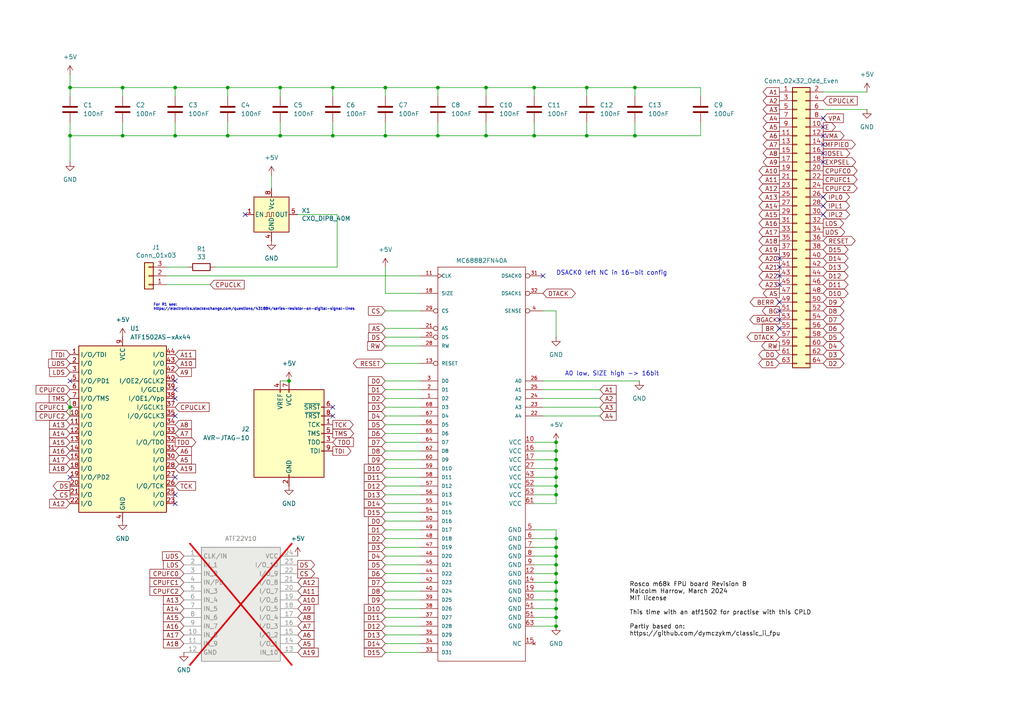
<source format=kicad_sch>
(kicad_sch (version 20231120) (generator "eeschema") (generator_version "8.0")
  (paper "A4")
  (junction (at 161.29 133.35))
  (junction (at 81.28 39.37))
  (junction (at 154.94 25.4))
  (junction (at 161.29 130.81))
  (junction (at 50.8 25.4))
  (junction (at 170.18 25.4))
  (junction (at 66.04 25.4))
  (junction (at 161.29 140.97))
  (junction (at 35.56 39.37))
  (junction (at 161.29 161.29))
  (junction (at 161.29 179.07))
  (junction (at 170.18 39.37))
  (junction (at 161.29 138.43))
  (junction (at 161.29 135.89))
  (junction (at 20.32 25.4))
  (junction (at 140.97 25.4))
  (junction (at 161.29 168.91))
  (junction (at 127 25.4))
  (junction (at 161.29 181.61))
  (junction (at 161.29 171.45))
  (junction (at 161.29 166.37))
  (junction (at 184.15 25.4))
  (junction (at 161.29 156.21))
  (junction (at 35.56 25.4))
  (junction (at 154.94 39.37))
  (junction (at 20.32 118.11))
  (junction (at 81.28 25.4))
  (junction (at 111.76 25.4))
  (junction (at 140.97 39.37))
  (junction (at 161.29 158.75))
  (junction (at 161.29 128.27))
  (junction (at 66.04 39.37))
  (junction (at 161.29 176.53))
  (junction (at 50.8 39.37))
  (junction (at 184.15 39.37))
  (junction (at 161.29 163.83))
  (junction (at 127 39.37))
  (junction (at 20.32 39.37))
  (junction (at 161.29 143.51))
  (junction (at 161.29 173.99))
  (junction (at 96.52 25.4))
  (junction (at 83.82 110.49))
  (junction (at 111.76 39.37))
  (junction (at 96.52 39.37))
  (no_connect (at 226.06 92.71))
  (no_connect (at 226.06 80.01))
  (no_connect (at 238.76 36.83))
  (no_connect (at 50.8 120.65))
  (no_connect (at 226.06 95.25))
  (no_connect (at 50.8 110.49))
  (no_connect (at 226.06 74.93))
  (no_connect (at 50.8 115.57))
  (no_connect (at 20.32 110.49))
  (no_connect (at 96.52 120.65))
  (no_connect (at 50.8 138.43))
  (no_connect (at 238.76 59.69))
  (no_connect (at 226.06 82.55))
  (no_connect (at 226.06 87.63))
  (no_connect (at 238.76 41.91))
  (no_connect (at 71.12 62.23))
  (no_connect (at 50.8 113.03))
  (no_connect (at 50.8 143.51))
  (no_connect (at 238.76 46.99))
  (no_connect (at 238.76 44.45))
  (no_connect (at 226.06 90.17))
  (no_connect (at 238.76 39.37))
  (no_connect (at 238.76 57.15))
  (no_connect (at 96.52 118.11))
  (no_connect (at 226.06 77.47))
  (no_connect (at 20.32 138.43))
  (no_connect (at 50.8 146.05))
  (no_connect (at 238.76 62.23))
  (no_connect (at 157.48 80.01))
  (no_connect (at 238.76 34.29))
  (wire (pts (xy 154.94 176.53) (xy 161.29 176.53)))
  (wire (pts (xy 111.76 35.56) (xy 111.76 39.37)))
  (wire (pts (xy 154.94 171.45) (xy 161.29 171.45)))
  (wire (pts (xy 184.15 35.56) (xy 184.15 39.37)))
  (wire (pts (xy 127 35.56) (xy 127 39.37)))
  (wire (pts (xy 35.56 35.56) (xy 35.56 39.37)))
  (wire (pts (xy 20.32 39.37) (xy 35.56 39.37)))
  (wire (pts (xy 81.28 39.37) (xy 96.52 39.37)))
  (wire (pts (xy 161.29 90.17) (xy 157.48 90.17)))
  (wire (pts (xy 154.94 25.4) (xy 154.94 27.94)))
  (wire (pts (xy 161.29 135.89) (xy 161.29 133.35)))
  (wire (pts (xy 203.2 35.56) (xy 203.2 39.37)))
  (wire (pts (xy 121.92 171.45) (xy 111.76 171.45)))
  (wire (pts (xy 121.92 186.69) (xy 111.76 186.69)))
  (wire (pts (xy 184.15 25.4) (xy 184.15 27.94)))
  (wire (pts (xy 81.28 35.56) (xy 81.28 39.37)))
  (wire (pts (xy 157.48 118.11) (xy 173.99 118.11)))
  (wire (pts (xy 127 25.4) (xy 140.97 25.4)))
  (wire (pts (xy 48.26 82.55) (xy 60.96 82.55)))
  (wire (pts (xy 170.18 25.4) (xy 184.15 25.4)))
  (wire (pts (xy 161.29 156.21) (xy 161.29 158.75)))
  (wire (pts (xy 20.32 120.65) (xy 20.32 118.11)))
  (wire (pts (xy 154.94 35.56) (xy 154.94 39.37)))
  (wire (pts (xy 161.29 161.29) (xy 154.94 161.29)))
  (wire (pts (xy 66.04 35.56) (xy 66.04 39.37)))
  (wire (pts (xy 121.92 173.99) (xy 111.76 173.99)))
  (wire (pts (xy 154.94 128.27) (xy 161.29 128.27)))
  (wire (pts (xy 173.99 120.65) (xy 157.48 120.65)))
  (wire (pts (xy 154.94 25.4) (xy 170.18 25.4)))
  (wire (pts (xy 161.29 90.17) (xy 161.29 97.79)))
  (wire (pts (xy 140.97 35.56) (xy 140.97 39.37)))
  (wire (pts (xy 157.48 110.49) (xy 185.42 110.49)))
  (wire (pts (xy 154.94 39.37) (xy 170.18 39.37)))
  (wire (pts (xy 96.52 35.56) (xy 96.52 39.37)))
  (wire (pts (xy 154.94 181.61) (xy 161.29 181.61)))
  (wire (pts (xy 127 25.4) (xy 127 27.94)))
  (wire (pts (xy 121.92 110.49) (xy 111.76 110.49)))
  (wire (pts (xy 121.92 120.65) (xy 111.76 120.65)))
  (wire (pts (xy 97.79 77.47) (xy 97.79 62.23)))
  (wire (pts (xy 154.94 156.21) (xy 161.29 156.21)))
  (wire (pts (xy 50.8 25.4) (xy 66.04 25.4)))
  (wire (pts (xy 121.92 158.75) (xy 111.76 158.75)))
  (wire (pts (xy 20.32 25.4) (xy 20.32 27.94)))
  (wire (pts (xy 170.18 25.4) (xy 170.18 27.94)))
  (wire (pts (xy 161.29 171.45) (xy 161.29 168.91)))
  (wire (pts (xy 184.15 25.4) (xy 203.2 25.4)))
  (wire (pts (xy 121.92 163.83) (xy 111.76 163.83)))
  (wire (pts (xy 121.92 153.67) (xy 111.76 153.67)))
  (wire (pts (xy 161.29 168.91) (xy 161.29 166.37)))
  (wire (pts (xy 161.29 130.81) (xy 161.29 128.27)))
  (wire (pts (xy 20.32 21.59) (xy 20.32 25.4)))
  (wire (pts (xy 50.8 25.4) (xy 35.56 25.4)))
  (wire (pts (xy 154.94 138.43) (xy 161.29 138.43)))
  (wire (pts (xy 154.94 130.81) (xy 161.29 130.81)))
  (wire (pts (xy 96.52 39.37) (xy 111.76 39.37)))
  (wire (pts (xy 161.29 176.53) (xy 161.29 173.99)))
  (wire (pts (xy 20.32 25.4) (xy 35.56 25.4)))
  (wire (pts (xy 121.92 128.27) (xy 111.76 128.27)))
  (wire (pts (xy 238.76 26.67) (xy 251.46 26.67)))
  (wire (pts (xy 121.92 143.51) (xy 111.76 143.51)))
  (wire (pts (xy 111.76 25.4) (xy 127 25.4)))
  (wire (pts (xy 121.92 176.53) (xy 111.76 176.53)))
  (wire (pts (xy 20.32 118.11) (xy 20.32 115.57)))
  (wire (pts (xy 121.92 125.73) (xy 111.76 125.73)))
  (wire (pts (xy 154.94 168.91) (xy 161.29 168.91)))
  (wire (pts (xy 157.48 113.03) (xy 173.99 113.03)))
  (wire (pts (xy 111.76 97.79) (xy 121.92 97.79)))
  (wire (pts (xy 35.56 25.4) (xy 35.56 27.94)))
  (wire (pts (xy 161.29 143.51) (xy 161.29 140.97)))
  (wire (pts (xy 173.99 115.57) (xy 157.48 115.57)))
  (wire (pts (xy 121.92 133.35) (xy 111.76 133.35)))
  (wire (pts (xy 140.97 25.4) (xy 140.97 27.94)))
  (wire (pts (xy 161.29 140.97) (xy 161.29 138.43)))
  (wire (pts (xy 121.92 85.09) (xy 111.76 85.09)))
  (wire (pts (xy 111.76 90.17) (xy 121.92 90.17)))
  (wire (pts (xy 154.94 133.35) (xy 161.29 133.35)))
  (wire (pts (xy 62.23 77.47) (xy 97.79 77.47)))
  (wire (pts (xy 50.8 39.37) (xy 66.04 39.37)))
  (wire (pts (xy 154.94 173.99) (xy 161.29 173.99)))
  (wire (pts (xy 50.8 35.56) (xy 50.8 39.37)))
  (wire (pts (xy 50.8 25.4) (xy 50.8 27.94)))
  (wire (pts (xy 121.92 146.05) (xy 111.76 146.05)))
  (wire (pts (xy 161.29 181.61) (xy 161.29 179.07)))
  (wire (pts (xy 121.92 151.13) (xy 111.76 151.13)))
  (wire (pts (xy 121.92 184.15) (xy 111.76 184.15)))
  (wire (pts (xy 140.97 25.4) (xy 154.94 25.4)))
  (wire (pts (xy 170.18 35.56) (xy 170.18 39.37)))
  (wire (pts (xy 121.92 140.97) (xy 111.76 140.97)))
  (wire (pts (xy 121.92 156.21) (xy 111.76 156.21)))
  (wire (pts (xy 78.74 50.8) (xy 78.74 54.61)))
  (wire (pts (xy 121.92 118.11) (xy 111.76 118.11)))
  (wire (pts (xy 121.92 113.03) (xy 111.76 113.03)))
  (wire (pts (xy 66.04 39.37) (xy 81.28 39.37)))
  (wire (pts (xy 121.92 181.61) (xy 111.76 181.61)))
  (wire (pts (xy 20.32 39.37) (xy 20.32 46.99)))
  (wire (pts (xy 111.76 85.09) (xy 111.76 77.47)))
  (wire (pts (xy 203.2 25.4) (xy 203.2 27.94)))
  (wire (pts (xy 54.61 77.47) (xy 48.26 77.47)))
  (wire (pts (xy 48.26 80.01) (xy 121.92 80.01)))
  (wire (pts (xy 96.52 25.4) (xy 111.76 25.4)))
  (wire (pts (xy 121.92 189.23) (xy 111.76 189.23)))
  (wire (pts (xy 154.94 158.75) (xy 161.29 158.75)))
  (wire (pts (xy 184.15 39.37) (xy 203.2 39.37)))
  (wire (pts (xy 161.29 179.07) (xy 161.29 176.53)))
  (wire (pts (xy 121.92 168.91) (xy 111.76 168.91)))
  (wire (pts (xy 154.94 143.51) (xy 161.29 143.51)))
  (wire (pts (xy 154.94 179.07) (xy 161.29 179.07)))
  (wire (pts (xy 154.94 146.05) (xy 161.29 146.05)))
  (wire (pts (xy 96.52 25.4) (xy 96.52 27.94)))
  (wire (pts (xy 111.76 39.37) (xy 127 39.37)))
  (wire (pts (xy 111.76 100.33) (xy 121.92 100.33)))
  (wire (pts (xy 111.76 105.41) (xy 121.92 105.41)))
  (wire (pts (xy 66.04 25.4) (xy 66.04 27.94)))
  (wire (pts (xy 121.92 130.81) (xy 111.76 130.81)))
  (wire (pts (xy 161.29 163.83) (xy 161.29 161.29)))
  (wire (pts (xy 127 39.37) (xy 140.97 39.37)))
  (wire (pts (xy 81.28 25.4) (xy 81.28 27.94)))
  (wire (pts (xy 161.29 158.75) (xy 161.29 161.29)))
  (wire (pts (xy 81.28 25.4) (xy 96.52 25.4)))
  (wire (pts (xy 20.32 35.56) (xy 20.32 39.37)))
  (wire (pts (xy 154.94 135.89) (xy 161.29 135.89)))
  (wire (pts (xy 154.94 163.83) (xy 161.29 163.83)))
  (wire (pts (xy 154.94 166.37) (xy 161.29 166.37)))
  (wire (pts (xy 81.28 110.49) (xy 83.82 110.49)))
  (wire (pts (xy 161.29 173.99) (xy 161.29 171.45)))
  (wire (pts (xy 121.92 135.89) (xy 111.76 135.89)))
  (wire (pts (xy 161.29 156.21) (xy 161.29 153.67)))
  (wire (pts (xy 121.92 148.59) (xy 111.76 148.59)))
  (wire (pts (xy 140.97 39.37) (xy 154.94 39.37)))
  (wire (pts (xy 121.92 115.57) (xy 111.76 115.57)))
  (wire (pts (xy 111.76 25.4) (xy 111.76 27.94)))
  (wire (pts (xy 161.29 153.67) (xy 154.94 153.67)))
  (wire (pts (xy 161.29 166.37) (xy 161.29 163.83)))
  (wire (pts (xy 66.04 25.4) (xy 81.28 25.4)))
  (wire (pts (xy 154.94 140.97) (xy 161.29 140.97)))
  (wire (pts (xy 238.76 31.75) (xy 251.46 31.75)))
  (wire (pts (xy 121.92 95.25) (xy 111.76 95.25)))
  (wire (pts (xy 161.29 146.05) (xy 161.29 143.51)))
  (wire (pts (xy 121.92 138.43) (xy 111.76 138.43)))
  (wire (pts (xy 111.76 166.37) (xy 121.92 166.37)))
  (wire (pts (xy 35.56 39.37) (xy 50.8 39.37)))
  (wire (pts (xy 121.92 123.19) (xy 111.76 123.19)))
  (wire (pts (xy 121.92 179.07) (xy 111.76 179.07)))
  (wire (pts (xy 161.29 133.35) (xy 161.29 130.81)))
  (wire (pts (xy 121.92 161.29) (xy 111.76 161.29)))
  (wire (pts (xy 97.79 62.23) (xy 86.36 62.23)))
  (wire (pts (xy 161.29 138.43) (xy 161.29 135.89)))
  (wire (pts (xy 170.18 39.37) (xy 184.15 39.37)))
  (text_box "Rosco m68k FPU board Revision B\nMalcolm Harrow, March 2024\nMIT license\n\nThis time with an atf1502 for practise with this CPLD\n\nPartly based on:\nhttps://github.com/dymczykm/classic_ii_fpu\n" (at 181.61 167.64 0) (size 101.6 12.7) (stroke (width -0.0001)) (effects (font (size 1.27 1.27)) (justify left top)))
  (text "A0 low, SIZE high -> 16bit" (at 163.83 109.22 0) (effects (font (size 1.27 1.27)) (justify left bottom)))
  (text "For R1 see:\nhttps://electronics.stackexchange.com/questions/431884/series-resistor-on-digital-signal-lines" (at 44.45 90.17 0) (effects (font (size 0.762 0.762)) (justify left bottom)))
  (text "DSACK0 left NC in 16-bit config" (at 161.29 80.01 0) (effects (font (size 1.27 1.27)) (justify left bottom)))
  (global_label "D2" (shape input) (at 111.76 115.57 180) (property "Intersheetrefs" "${INTERSHEET_REFS}" (effects (hide yes))))
  (global_label "A16" (shape output) (at 226.06 64.77 180) (property "Intersheetrefs" "${INTERSHEET_REFS}" (effects (hide yes))))
  (global_label "TMS" (shape output) (at 96.52 125.73 0) (property "Intersheetrefs" "${INTERSHEET_REFS}" (effects (hide yes))))
  (global_label "A20" (shape output) (at 226.06 74.93 180) (property "Intersheetrefs" "${INTERSHEET_REFS}" (effects (hide yes))))
  (global_label "A12" (shape output) (at 226.06 54.61 180) (property "Intersheetrefs" "${INTERSHEET_REFS}" (effects (hide yes))))
  (global_label "CPUCLK" (shape input) (at 238.76 29.21 0) (property "Intersheetrefs" "${INTERSHEET_REFS}" (effects (hide yes))))
  (global_label "D0" (shape bidirectional) (at 226.06 102.87 180) (property "Intersheetrefs" "${INTERSHEET_REFS}" (effects (hide yes))))
  (global_label "A17" (shape input) (at 20.32 133.35 180) (property "Intersheetrefs" "${INTERSHEET_REFS}" (effects (hide yes))))
  (global_label "A8" (shape output) (at 226.06 44.45 180) (property "Intersheetrefs" "${INTERSHEET_REFS}" (effects (hide yes))))
  (global_label "MFPIEO" (shape output) (at 238.76 41.91 0) (property "Intersheetrefs" "${INTERSHEET_REFS}" (effects (hide yes))))
  (global_label "A9" (shape input) (at 86.36 176.53 0) (property "Intersheetrefs" "${INTERSHEET_REFS}" (effects (hide yes))))
  (global_label "D10" (shape bidirectional) (at 238.76 85.09 0) (property "Intersheetrefs" "${INTERSHEET_REFS}" (effects (hide yes))))
  (global_label "A17" (shape output) (at 226.06 67.31 180) (property "Intersheetrefs" "${INTERSHEET_REFS}" (effects (hide yes))))
  (global_label "D3" (shape input) (at 111.76 158.75 180) (property "Intersheetrefs" "${INTERSHEET_REFS}" (effects (hide yes))))
  (global_label "A19" (shape input) (at 86.36 189.23 0) (property "Intersheetrefs" "${INTERSHEET_REFS}" (effects (hide yes))))
  (global_label "D13" (shape bidirectional) (at 238.76 77.47 0) (property "Intersheetrefs" "${INTERSHEET_REFS}" (effects (hide yes))))
  (global_label "IPL1" (shape tri_state) (at 238.76 59.69 0) (property "Intersheetrefs" "${INTERSHEET_REFS}" (effects (hide yes))))
  (global_label "TDI" (shape input) (at 20.32 102.87 180) (property "Intersheetrefs" "${INTERSHEET_REFS}" (effects (hide yes))))
  (global_label "CS" (shape output) (at 20.32 143.51 180) (property "Intersheetrefs" "${INTERSHEET_REFS}" (effects (hide yes))))
  (global_label "D4" (shape input) (at 111.76 120.65 180) (property "Intersheetrefs" "${INTERSHEET_REFS}" (effects (hide yes))))
  (global_label "LDS" (shape output) (at 238.76 64.77 0) (property "Intersheetrefs" "${INTERSHEET_REFS}" (effects (hide yes))))
  (global_label "A9" (shape input) (at 50.8 107.95 0) (property "Intersheetrefs" "${INTERSHEET_REFS}" (effects (hide yes))))
  (global_label "A15" (shape output) (at 226.06 62.23 180) (property "Intersheetrefs" "${INTERSHEET_REFS}" (effects (hide yes))))
  (global_label "D8" (shape input) (at 111.76 130.81 180) (property "Intersheetrefs" "${INTERSHEET_REFS}" (effects (hide yes))))
  (global_label "D10" (shape input) (at 111.76 135.89 180) (property "Intersheetrefs" "${INTERSHEET_REFS}" (effects (hide yes))))
  (global_label "A11" (shape input) (at 50.8 102.87 0) (property "Intersheetrefs" "${INTERSHEET_REFS}" (effects (hide yes))))
  (global_label "TMS" (shape input) (at 20.32 115.57 180) (property "Intersheetrefs" "${INTERSHEET_REFS}" (effects (hide yes))))
  (global_label "A15" (shape input) (at 53.34 179.07 180) (property "Intersheetrefs" "${INTERSHEET_REFS}" (effects (hide yes))))
  (global_label "DS" (shape input) (at 111.76 97.79 180) (property "Intersheetrefs" "${INTERSHEET_REFS}" (effects (hide yes))))
  (global_label "A13" (shape input) (at 20.32 123.19 180) (property "Intersheetrefs" "${INTERSHEET_REFS}" (effects (hide yes))))
  (global_label "A12" (shape input) (at 86.36 168.91 0) (property "Intersheetrefs" "${INTERSHEET_REFS}" (effects (hide yes))))
  (global_label "D5" (shape input) (at 111.76 123.19 180) (property "Intersheetrefs" "${INTERSHEET_REFS}" (effects (hide yes))))
  (global_label "TDO" (shape input) (at 96.52 128.27 0) (property "Intersheetrefs" "${INTERSHEET_REFS}" (effects (hide yes))))
  (global_label "DS" (shape output) (at 20.32 140.97 180) (property "Intersheetrefs" "${INTERSHEET_REFS}" (effects (hide yes))))
  (global_label "TDI" (shape output) (at 96.52 130.81 0) (property "Intersheetrefs" "${INTERSHEET_REFS}" (effects (hide yes))))
  (global_label "A5" (shape input) (at 86.36 186.69 0) (property "Intersheetrefs" "${INTERSHEET_REFS}" (effects (hide yes))))
  (global_label "D7" (shape input) (at 111.76 168.91 180) (property "Intersheetrefs" "${INTERSHEET_REFS}" (effects (hide yes))))
  (global_label "A9" (shape output) (at 226.06 46.99 180) (property "Intersheetrefs" "${INTERSHEET_REFS}" (effects (hide yes))))
  (global_label "CPUFC0" (shape input) (at 20.32 113.03 180) (property "Intersheetrefs" "${INTERSHEET_REFS}" (effects (hide yes))))
  (global_label "E" (shape output) (at 238.76 36.83 0) (property "Intersheetrefs" "${INTERSHEET_REFS}" (effects (hide yes))))
  (global_label "A3" (shape output) (at 226.06 31.75 180) (property "Intersheetrefs" "${INTERSHEET_REFS}" (effects (hide yes))))
  (global_label "D1" (shape input) (at 111.76 113.03 180) (property "Intersheetrefs" "${INTERSHEET_REFS}" (effects (hide yes))))
  (global_label "A13" (shape output) (at 226.06 57.15 180) (property "Intersheetrefs" "${INTERSHEET_REFS}" (effects (hide yes))))
  (global_label "D11" (shape bidirectional) (at 238.76 82.55 0) (property "Intersheetrefs" "${INTERSHEET_REFS}" (effects (hide yes))))
  (global_label "CPUFC1" (shape input) (at 20.32 118.11 180) (property "Intersheetrefs" "${INTERSHEET_REFS}" (effects (hide yes))))
  (global_label "A18" (shape input) (at 53.34 186.69 180) (property "Intersheetrefs" "${INTERSHEET_REFS}" (effects (hide yes))))
  (global_label "A8" (shape input) (at 86.36 179.07 0) (property "Intersheetrefs" "${INTERSHEET_REFS}" (effects (hide yes))))
  (global_label "IPL2" (shape tri_state) (at 238.76 62.23 0) (property "Intersheetrefs" "${INTERSHEET_REFS}" (effects (hide yes))))
  (global_label "A14" (shape input) (at 20.32 125.73 180) (property "Intersheetrefs" "${INTERSHEET_REFS}" (effects (hide yes))))
  (global_label "D12" (shape input) (at 111.76 140.97 180) (property "Intersheetrefs" "${INTERSHEET_REFS}" (effects (hide yes))))
  (global_label "D9" (shape input) (at 111.76 133.35 180) (property "Intersheetrefs" "${INTERSHEET_REFS}" (effects (hide yes))))
  (global_label "A2" (shape input) (at 173.99 115.57 0) (property "Intersheetrefs" "${INTERSHEET_REFS}" (effects (hide yes))))
  (global_label "A7" (shape output) (at 226.06 41.91 180) (property "Intersheetrefs" "${INTERSHEET_REFS}" (effects (hide yes))))
  (global_label "D12" (shape bidirectional) (at 238.76 80.01 0) (property "Intersheetrefs" "${INTERSHEET_REFS}" (effects (hide yes))))
  (global_label "D6" (shape bidirectional) (at 238.76 95.25 0) (property "Intersheetrefs" "${INTERSHEET_REFS}" (effects (hide yes))))
  (global_label "D6" (shape input) (at 111.76 125.73 180) (property "Intersheetrefs" "${INTERSHEET_REFS}" (effects (hide yes))))
  (global_label "BR" (shape input) (at 226.06 95.25 180) (property "Intersheetrefs" "${INTERSHEET_REFS}" (effects (hide yes))))
  (global_label "D15" (shape bidirectional) (at 238.76 72.39 0) (property "Intersheetrefs" "${INTERSHEET_REFS}" (effects (hide yes))))
  (global_label "TDO" (shape output) (at 50.8 128.27 0) (property "Intersheetrefs" "${INTERSHEET_REFS}" (effects (hide yes))))
  (global_label "A14" (shape output) (at 226.06 59.69 180) (property "Intersheetrefs" "${INTERSHEET_REFS}" (effects (hide yes))))
  (global_label "D7" (shape input) (at 111.76 128.27 180) (property "Intersheetrefs" "${INTERSHEET_REFS}" (effects (hide yes))))
  (global_label "D4" (shape input) (at 111.76 161.29 180) (property "Intersheetrefs" "${INTERSHEET_REFS}" (effects (hide yes))))
  (global_label "RW" (shape input) (at 111.76 100.33 180) (property "Intersheetrefs" "${INTERSHEET_REFS}" (effects (hide yes))))
  (global_label "CPUFC2" (shape input) (at 20.32 120.65 180) (property "Intersheetrefs" "${INTERSHEET_REFS}" (effects (hide yes))))
  (global_label "A7" (shape input) (at 86.36 181.61 0) (property "Intersheetrefs" "${INTERSHEET_REFS}" (effects (hide yes))))
  (global_label "D0" (shape input) (at 111.76 151.13 180) (property "Intersheetrefs" "${INTERSHEET_REFS}" (effects (hide yes))))
  (global_label "D1" (shape bidirectional) (at 226.06 105.41 180) (property "Intersheetrefs" "${INTERSHEET_REFS}" (effects (hide yes))))
  (global_label "D6" (shape input) (at 111.76 166.37 180) (property "Intersheetrefs" "${INTERSHEET_REFS}" (effects (hide yes))))
  (global_label "CPUFC2" (shape output) (at 238.76 54.61 0) (property "Intersheetrefs" "${INTERSHEET_REFS}" (effects (hide yes))))
  (global_label "AS" (shape input) (at 111.76 95.25 180) (property "Intersheetrefs" "${INTERSHEET_REFS}" (effects (hide yes))))
  (global_label "D3" (shape input) (at 111.76 118.11 180) (property "Intersheetrefs" "${INTERSHEET_REFS}" (effects (hide yes))))
  (global_label "A19" (shape output) (at 226.06 72.39 180) (property "Intersheetrefs" "${INTERSHEET_REFS}" (effects (hide yes))))
  (global_label "D14" (shape bidirectional) (at 238.76 74.93 0) (property "Intersheetrefs" "${INTERSHEET_REFS}" (effects (hide yes))))
  (global_label "A15" (shape input) (at 20.32 128.27 180) (property "Intersheetrefs" "${INTERSHEET_REFS}" (effects (hide yes))))
  (global_label "D12" (shape input) (at 111.76 181.61 180) (property "Intersheetrefs" "${INTERSHEET_REFS}" (effects (hide yes))))
  (global_label "A7" (shape input) (at 50.8 125.73 0) (property "Intersheetrefs" "${INTERSHEET_REFS}" (effects (hide yes))))
  (global_label "D9" (shape bidirectional) (at 238.76 87.63 0) (property "Intersheetrefs" "${INTERSHEET_REFS}" (effects (hide yes))))
  (global_label "EXPSEL" (shape output) (at 238.76 46.99 0) (property "Intersheetrefs" "${INTERSHEET_REFS}" (effects (hide yes))))
  (global_label "A6" (shape input) (at 86.36 184.15 0) (property "Intersheetrefs" "${INTERSHEET_REFS}" (effects (hide yes))))
  (global_label "D15" (shape input) (at 111.76 189.23 180) (property "Intersheetrefs" "${INTERSHEET_REFS}" (effects (hide yes))))
  (global_label "D7" (shape bidirectional) (at 238.76 92.71 0) (property "Intersheetrefs" "${INTERSHEET_REFS}" (effects (hide yes))))
  (global_label "A12" (shape input) (at 20.32 146.05 180) (property "Intersheetrefs" "${INTERSHEET_REFS}" (effects (hide yes))))
  (global_label "A11" (shape output) (at 226.06 52.07 180) (property "Intersheetrefs" "${INTERSHEET_REFS}" (effects (hide yes))))
  (global_label "CPUFC1" (shape output) (at 238.76 52.07 0) (property "Intersheetrefs" "${INTERSHEET_REFS}" (effects (hide yes))))
  (global_label "A5" (shape input) (at 50.8 133.35 0) (property "Intersheetrefs" "${INTERSHEET_REFS}" (effects (hide yes))))
  (global_label "A11" (shape input) (at 86.36 171.45 0) (property "Intersheetrefs" "${INTERSHEET_REFS}" (effects (hide yes))))
  (global_label "UDS" (shape input) (at 20.32 105.41 180) (property "Intersheetrefs" "${INTERSHEET_REFS}" (effects (hide yes))))
  (global_label "A2" (shape output) (at 226.06 29.21 180) (property "Intersheetrefs" "${INTERSHEET_REFS}" (effects (hide yes))))
  (global_label "RW" (shape output) (at 226.06 100.33 180) (property "Intersheetrefs" "${INTERSHEET_REFS}" (effects (hide yes))))
  (global_label "D4" (shape bidirectional) (at 238.76 100.33 0) (property "Intersheetrefs" "${INTERSHEET_REFS}" (effects (hide yes))))
  (global_label "D8" (shape input) (at 111.76 171.45 180) (property "Intersheetrefs" "${INTERSHEET_REFS}" (effects (hide yes))))
  (global_label "A1" (shape output) (at 226.06 26.67 180) (property "Intersheetrefs" "${INTERSHEET_REFS}" (effects (hide yes))))
  (global_label "LDS" (shape input) (at 53.34 163.83 180) (property "Intersheetrefs" "${INTERSHEET_REFS}" (effects (hide yes))))
  (global_label "A13" (shape input) (at 53.34 173.99 180) (property "Intersheetrefs" "${INTERSHEET_REFS}" (effects (hide yes))))
  (global_label "A5" (shape output) (at 226.06 36.83 180) (property "Intersheetrefs" "${INTERSHEET_REFS}" (effects (hide yes))))
  (global_label "A3" (shape input) (at 173.99 118.11 0) (property "Intersheetrefs" "${INTERSHEET_REFS}" (effects (hide yes))))
  (global_label "D2" (shape input) (at 111.76 156.21 180) (property "Intersheetrefs" "${INTERSHEET_REFS}" (effects (hide yes))))
  (global_label "A18" (shape output) (at 226.06 69.85 180) (property "Intersheetrefs" "${INTERSHEET_REFS}" (effects (hide yes))))
  (global_label "D10" (shape input) (at 111.76 176.53 180) (property "Intersheetrefs" "${INTERSHEET_REFS}" (effects (hide yes))))
  (global_label "A17" (shape input) (at 53.34 184.15 180) (property "Intersheetrefs" "${INTERSHEET_REFS}" (effects (hide yes))))
  (global_label "A6" (shape input) (at 50.8 130.81 0) (property "Intersheetrefs" "${INTERSHEET_REFS}" (effects (hide yes))))
  (global_label "A6" (shape output) (at 226.06 39.37 180) (property "Intersheetrefs" "${INTERSHEET_REFS}" (effects (hide yes))))
  (global_label "D0" (shape input) (at 111.76 110.49 180) (property "Intersheetrefs" "${INTERSHEET_REFS}" (effects (hide yes))))
  (global_label "A23" (shape output) (at 226.06 82.55 180) (property "Intersheetrefs" "${INTERSHEET_REFS}" (effects (hide yes))))
  (global_label "DTACK" (shape bidirectional) (at 157.48 85.09 0) (property "Intersheetrefs" "${INTERSHEET_REFS}" (effects (hide yes))))
  (global_label "CS" (shape input) (at 111.76 90.17 180) (property "Intersheetrefs" "${INTERSHEET_REFS}" (effects (hide yes))))
  (global_label "BG" (shape output) (at 226.06 90.17 180) (property "Intersheetrefs" "${INTERSHEET_REFS}" (effects (hide yes))))
  (global_label "CPUFC0" (shape output) (at 238.76 49.53 0) (property "Intersheetrefs" "${INTERSHEET_REFS}" (effects (hide yes))))
  (global_label "A16" (shape input) (at 53.34 181.61 180) (property "Intersheetrefs" "${INTERSHEET_REFS}" (effects (hide yes))))
  (global_label "LDS" (shape input) (at 20.32 107.95 180) (property "Intersheetrefs" "${INTERSHEET_REFS}" (effects (hide yes))))
  (global_label "BERR" (shape bidirectional) (at 226.06 87.63 180) (property "Intersheetrefs" "${INTERSHEET_REFS}" (effects (hide yes))))
  (global_label "A4" (shape output) (at 226.06 34.29 180) (property "Intersheetrefs" "${INTERSHEET_REFS}" (effects (hide yes))))
  (global_label "A19" (shape input) (at 50.8 135.89 0) (property "Intersheetrefs" "${INTERSHEET_REFS}" (effects (hide yes))))
  (global_label "D13" (shape input) (at 111.76 184.15 180) (property "Intersheetrefs" "${INTERSHEET_REFS}" (effects (hide yes))))
  (global_label "CPUCLK" (shape input) (at 60.96 82.55 0) (property "Intersheetrefs" "${INTERSHEET_REFS}" (effects (hide yes))))
  (global_label "UDS" (shape input) (at 53.34 161.29 180) (property "Intersheetrefs" "${INTERSHEET_REFS}" (effects (hide yes))))
  (global_label "A8" (shape input) (at 50.8 123.19 0) (property "Intersheetrefs" "${INTERSHEET_REFS}" (effects (hide yes))))
  (global_label "D9" (shape input) (at 111.76 173.99 180) (property "Intersheetrefs" "${INTERSHEET_REFS}" (effects (hide yes))))
  (global_label "D11" (shape input) (at 111.76 138.43 180) (property "Intersheetrefs" "${INTERSHEET_REFS}" (effects (hide yes))))
  (global_label "CPUFC0" (shape input) (at 53.34 166.37 180) (property "Intersheetrefs" "${INTERSHEET_REFS}" (effects (hide yes))))
  (global_label "CPUFC1" (shape input) (at 53.34 168.91 180) (property "Intersheetrefs" "${INTERSHEET_REFS}" (effects (hide yes))))
  (global_label "RESET" (shape bidirectional) (at 238.76 69.85 0) (property "Intersheetrefs" "${INTERSHEET_REFS}" (effects (hide yes))))
  (global_label "D14" (shape input) (at 111.76 186.69 180) (property "Intersheetrefs" "${INTERSHEET_REFS}" (effects (hide yes))))
  (global_label "D1" (shape input) (at 111.76 153.67 180) (property "Intersheetrefs" "${INTERSHEET_REFS}" (effects (hide yes))))
  (global_label "CPUCLK" (shape input) (at 50.8 118.11 0) (property "Intersheetrefs" "${INTERSHEET_REFS}" (effects (hide yes))))
  (global_label "AS" (shape output) (at 226.06 85.09 180) (property "Intersheetrefs" "${INTERSHEET_REFS}" (effects (hide yes))))
  (global_label "A14" (shape input) (at 53.34 176.53 180) (property "Intersheetrefs" "${INTERSHEET_REFS}" (effects (hide yes))))
  (global_label "A22" (shape output) (at 226.06 80.01 180) (property "Intersheetrefs" "${INTERSHEET_REFS}" (effects (hide yes))))
  (global_label "D2" (shape bidirectional) (at 238.76 105.41 0) (property "Intersheetrefs" "${INTERSHEET_REFS}" (effects (hide yes))))
  (global_label "DTACK" (shape bidirectional) (at 226.06 97.79 180) (property "Intersheetrefs" "${INTERSHEET_REFS}" (effects (hide yes))))
  (global_label "D8" (shape bidirectional) (at 238.76 90.17 0) (property "Intersheetrefs" "${INTERSHEET_REFS}" (effects (hide yes))))
  (global_label "D3" (shape bidirectional) (at 238.76 102.87 0) (property "Intersheetrefs" "${INTERSHEET_REFS}" (effects (hide yes))))
  (global_label "D13" (shape input) (at 111.76 143.51 180) (property "Intersheetrefs" "${INTERSHEET_REFS}" (effects (hide yes))))
  (global_label "A16" (shape input) (at 20.32 130.81 180) (property "Intersheetrefs" "${INTERSHEET_REFS}" (effects (hide yes))))
  (global_label "TCK" (shape output) (at 96.52 123.19 0) (property "Intersheetrefs" "${INTERSHEET_REFS}" (effects (hide yes))))
  (global_label "A10" (shape input) (at 50.8 105.41 0) (property "Intersheetrefs" "${INTERSHEET_REFS}" (effects (hide yes))))
  (global_label "D5" (shape bidirectional) (at 238.76 97.79 0) (property "Intersheetrefs" "${INTERSHEET_REFS}" (effects (hide yes))))
  (global_label "DS" (shape output) (at 86.36 163.83 0) (property "Intersheetrefs" "${INTERSHEET_REFS}" (effects (hide yes))))
  (global_label "RESET" (shape bidirectional) (at 111.76 105.41 180) (property "Intersheetrefs" "${INTERSHEET_REFS}" (effects (hide yes))))
  (global_label "CPUFC2" (shape input) (at 53.34 171.45 180) (property "Intersheetrefs" "${INTERSHEET_REFS}" (effects (hide yes))))
  (global_label "UDS" (shape output) (at 238.76 67.31 0) (property "Intersheetrefs" "${INTERSHEET_REFS}" (effects (hide yes))))
  (global_label "D5" (shape input) (at 111.76 163.83 180) (property "Intersheetrefs" "${INTERSHEET_REFS}" (effects (hide yes))))
  (global_label "CS" (shape output) (at 86.36 166.37 0) (property "Intersheetrefs" "${INTERSHEET_REFS}" (effects (hide yes))))
  (global_label "IOSEL" (shape output) (at 238.76 44.45 0) (property "Intersheetrefs" "${INTERSHEET_REFS}" (effects (hide yes))))
  (global_label "D14" (shape input) (at 111.76 146.05 180) (property "Intersheetrefs" "${INTERSHEET_REFS}" (effects (hide yes))))
  (global_label "A21" (shape output) (at 226.06 77.47 180) (property "Intersheetrefs" "${INTERSHEET_REFS}" (effects (hide yes))))
  (global_label "A4" (shape input) (at 173.99 120.65 0) (property "Intersheetrefs" "${INTERSHEET_REFS}" (effects (hide yes))))
  (global_label "D15" (shape input) (at 111.76 148.59 180) (property "Intersheetrefs" "${INTERSHEET_REFS}" (effects (hide yes))))
  (global_label "D11" (shape input) (at 111.76 179.07 180) (property "Intersheetrefs" "${INTERSHEET_REFS}" (effects (hide yes))))
  (global_label "TCK" (shape input) (at 50.8 140.97 0) (property "Intersheetrefs" "${INTERSHEET_REFS}" (effects (hide yes))))
  (global_label "A10" (shape output) (at 226.06 49.53 180) (property "Intersheetrefs" "${INTERSHEET_REFS}" (effects (hide yes))))
  (global_label "A10" (shape input) (at 86.36 173.99 0) (property "Intersheetrefs" "${INTERSHEET_REFS}" (effects (hide yes))))
  (global_label "IPL0" (shape tri_state) (at 238.76 57.15 0) (property "Intersheetrefs" "${INTERSHEET_REFS}" (effects (hide yes))))
  (global_label "VPA" (shape input) (at 238.76 34.29 0) (property "Intersheetrefs" "${INTERSHEET_REFS}" (effects (hide yes))))
  (global_label "A1" (shape input) (at 173.99 113.03 0) (property "Intersheetrefs" "${INTERSHEET_REFS}" (effects (hide yes))))
  (global_label "BGACK" (shape output) (at 226.06 92.71 180) (property "Intersheetrefs" "${INTERSHEET_REFS}" (effects (hide yes))))
  (global_label "VMA" (shape output) (at 238.76 39.37 0) (property "Intersheetrefs" "${INTERSHEET_REFS}" (effects (hide yes))))
  (global_label "A18" (shape input) (at 20.32 135.89 180) (property "Intersheetrefs" "${INTERSHEET_REFS}" (effects (hide yes))))
  (symbol (lib_id "CPLD_Microchip:ATF1502AS-xAx44") (at 35.56 123.19 0) (unit 1)
    (property "Reference" "U1" (at 37.7541 95.25 0) (effects (justify left)))
    (property "Value" "ATF1502AS-xAx44" (at 37.7541 97.79 0) (effects (justify left)))
    (property "Footprint" "Package_LCC:PLCC-44_THT-Socket" (effects (hide yes)))
    (property "Datasheet" "http://ww1.microchip.com/downloads/en/DeviceDoc/Atmel-0995-CPLD-ATF1502AS(L)-Datasheet.pdf" (effects (hide yes)))
    (property "Description" "Microchip CPLD, 32 Macrocell, 5 V, TQFP-44" (effects (hide yes)))
  )
  (symbol (lib_id "Device:C") (at 50.8 31.75 0) (unit 1)
    (property "Reference" "C3" (at 54.61 30.48 0) (effects (justify left)))
    (property "Value" "100nF" (at 54.61 33.02 0) (effects (justify left)))
    (property "Footprint" "Capacitor_THT:C_Disc_D3.0mm_W2.0mm_P2.50mm" (effects (hide yes)))
  )
  (symbol (lib_id "Device:C") (at 81.28 31.75 0) (unit 1)
    (property "Reference" "C5" (at 85.09 30.48 0) (effects (justify left)))
    (property "Value" "100nF" (at 85.09 33.02 0) (effects (justify left)))
    (property "Footprint" "Capacitor_THT:C_Disc_D3.0mm_W2.0mm_P2.50mm" (effects (hide yes)))
  )
  (symbol (lib_id "Device:C") (at 35.56 31.75 0) (unit 1)
    (property "Reference" "C2" (at 39.37 30.48 0) (effects (justify left)))
    (property "Value" "100nF" (at 39.37 33.02 0) (effects (justify left)))
    (property "Footprint" "Capacitor_THT:C_Disc_D3.0mm_W2.0mm_P2.50mm" (effects (hide yes)))
  )
  (symbol (lib_name "GND_4") (lib_id "power:GND") (at 251.46 31.75 0) (unit 1)
    (property "Reference" "#PWR011" (effects (hide yes)))
    (property "Value" "GND" (at 251.46 36.83 0))
    (property "Description" "Power symbol creates a global label with name \"GND\" , ground" (effects (hide yes)))
  )
  (symbol (lib_name "+5V_3") (lib_id "power:+5V") (at 78.74 50.8 0) (unit 1)
    (property "Reference" "#PWR01" (effects (hide yes)))
    (property "Value" "+5V" (at 78.74 45.72 0))
    (property "Description" "Power symbol creates a global label with name \"+5V\"" (effects (hide yes)))
  )
  (symbol (lib_id "power:+5V") (at 83.82 110.49 0) (unit 1)
    (property "Reference" "#PWR016" (effects (hide yes)))
    (property "Value" "+5V" (at 83.82 105.41 0))
    (property "Description" "Power symbol creates a global label with name \"+5V\"" (effects (hide yes)))
  )
  (symbol (lib_id "power:GND") (at 83.82 140.97 0) (unit 1)
    (property "Reference" "#PWR017" (effects (hide yes)))
    (property "Value" "GND" (at 83.82 146.05 0))
    (property "Description" "Power symbol creates a global label with name \"GND\" , ground" (effects (hide yes)))
  )
  (symbol (lib_id "Device:C") (at 154.94 31.75 0) (unit 1)
    (property "Reference" "C11" (at 158.75 30.48 0) (effects (justify left)))
    (property "Value" "100nF" (at 158.75 33.02 0) (effects (justify left)))
    (property "Footprint" "Capacitor_THT:C_Disc_D3.0mm_W2.0mm_P2.50mm" (effects (hide yes)))
  )
  (symbol (lib_name "GND_6") (lib_id "power:GND") (at 20.32 46.99 0) (unit 1)
    (property "Reference" "#PWR07" (effects (hide yes)))
    (property "Value" "GND" (at 20.32 52.07 0))
    (property "Description" "Power symbol creates a global label with name \"GND\" , ground" (effects (hide yes)))
  )
  (symbol (lib_id "Device:C") (at 66.04 31.75 0) (unit 1)
    (property "Reference" "C4" (at 69.85 30.48 0) (effects (justify left)))
    (property "Value" "100nF" (at 69.85 33.02 0) (effects (justify left)))
    (property "Footprint" "Capacitor_THT:C_Disc_D3.0mm_W2.0mm_P2.50mm" (effects (hide yes)))
  )
  (symbol (lib_id "Device:C") (at 127 31.75 0) (unit 1)
    (property "Reference" "C8" (at 130.81 30.48 0) (effects (justify left)))
    (property "Value" "100nF" (at 130.81 33.02 0) (effects (justify left)))
    (property "Footprint" "Capacitor_THT:C_Disc_D3.0mm_W2.0mm_P2.50mm" (effects (hide yes)))
  )
  (symbol (lib_id "Device:C") (at 111.76 31.75 0) (unit 1)
    (property "Reference" "C7" (at 115.57 30.48 0) (effects (justify left)))
    (property "Value" "100nF" (at 115.57 33.02 0) (effects (justify left)))
    (property "Footprint" "Capacitor_THT:C_Disc_D3.0mm_W2.0mm_P2.50mm" (effects (hide yes)))
  )
  (symbol (lib_id "power:GND") (at 35.56 151.13 0) (unit 1)
    (property "Reference" "#PWR014" (effects (hide yes)))
    (property "Value" "GND" (at 35.56 156.21 0))
    (property "Description" "Power symbol creates a global label with name \"GND\" , ground" (effects (hide yes)))
  )
  (symbol (lib_id "power:GND") (at 78.74 69.85 0) (unit 1)
    (property "Reference" "#PWR02" (effects (hide yes)))
    (property "Value" "GND" (at 78.74 74.93 0))
    (property "Description" "Power symbol creates a global label with name \"GND\" , ground" (effects (hide yes)))
  )
  (symbol (lib_name "MC68881FN_1") (lib_id "68000:MC68881FN") (at 139.7 133.35 0) (unit 1)
    (property "Reference" "IC1" (effects (hide yes)))
    (property "Value" "MC68882FN40A" (at 139.7 75.5904 0))
    (property "Footprint" "Package_LCC:PLCC-68_THT-Socket" (effects (hide yes)))
  )
  (symbol (lib_id "power:+5V") (at 161.29 128.27 0) (unit 1)
    (property "Reference" "#PWR08" (effects (hide yes)))
    (property "Value" "+5V" (at 161.29 123.19 0))
    (property "Description" "Power symbol creates a global label with name \"+5V\"" (effects (hide yes)))
  )
  (symbol (lib_id "Device:C") (at 96.52 31.75 0) (unit 1)
    (property "Reference" "C6" (at 100.33 30.48 0) (effects (justify left)))
    (property "Value" "100nF" (at 100.33 33.02 0) (effects (justify left)))
    (property "Footprint" "Capacitor_THT:C_Disc_D3.0mm_W2.0mm_P2.50mm" (effects (hide yes)))
  )
  (symbol (lib_id "Device:C") (at 184.15 31.75 0) (unit 1)
    (property "Reference" "C13" (at 187.96 30.48 0) (effects (justify left)))
    (property "Value" "100nF" (at 187.96 33.02 0) (effects (justify left)))
    (property "Footprint" "Capacitor_THT:C_Disc_D3.0mm_W2.0mm_P2.50mm" (effects (hide yes)))
  )
  (symbol (lib_id "Connector_Generic:Conn_01x03") (at 43.18 80.01 180) (unit 1)
    (property "Reference" "J1" (at 45.2628 71.755 0))
    (property "Value" "Conn_01x03" (at 45.2628 74.0664 0))
    (property "Footprint" "Connector_PinHeader_2.54mm:PinHeader_1x03_P2.54mm_Vertical" (effects (hide yes)))
  )
  (symbol (lib_id "Device:C") (at 20.32 31.75 0) (unit 1)
    (property "Reference" "C1" (at 24.13 30.48 0) (effects (justify left)))
    (property "Value" "100nF" (at 24.13 33.02 0) (effects (justify left)))
    (property "Footprint" "Capacitor_THT:C_Disc_D3.0mm_W2.0mm_P2.50mm" (effects (hide yes)))
  )
  (symbol (lib_id "Connector_Generic:Conn_02x32_Odd_Even") (at 231.14 64.77 0) (unit 1)
    (property "Reference" "BUS1" (effects (hide yes)))
    (property "Value" "Conn_02x32_Odd_Even" (at 232.41 23.4696 0))
    (property "Footprint" "Connector_PinHeader_2.54mm:PinHeader_2x32_P2.54mm_Vertical" (effects (hide yes)))
  )
  (symbol (lib_id "Device:C") (at 170.18 31.75 0) (unit 1)
    (property "Reference" "C12" (at 173.99 30.48 0) (effects (justify left)))
    (property "Value" "100nF" (at 173.99 33.02 0) (effects (justify left)))
    (property "Footprint" "Capacitor_THT:C_Disc_D3.0mm_W2.0mm_P2.50mm" (effects (hide yes)))
  )
  (symbol (lib_id "Device:C") (at 203.2 31.75 0) (unit 1)
    (property "Reference" "C9" (at 207.01 30.48 0) (effects (justify left)))
    (property "Value" "100uF" (at 207.01 33.02 0) (effects (justify left)))
    (property "Footprint" "Capacitor_THT:CP_Radial_D5.0mm_P2.50mm" (effects (hide yes)))
  )
  (symbol (lib_id "power:GND") (at 53.34 189.23 0) (unit 1)
    (property "Reference" "#PWR012" (effects (hide yes)))
    (property "Value" "GND" (at 53.34 194.31 0))
    (property "Description" "Power symbol creates a global label with name \"GND\" , ground" (effects (hide yes)))
  )
  (symbol (lib_id "Device:C") (at 140.97 31.75 0) (unit 1)
    (property "Reference" "C10" (at 144.78 30.48 0) (effects (justify left)))
    (property "Value" "100nF" (at 144.78 33.02 0) (effects (justify left)))
    (property "Footprint" "Capacitor_THT:C_Disc_D3.0mm_W2.0mm_P2.50mm" (effects (hide yes)))
  )
  (symbol (lib_name "+5V_1") (lib_id "power:+5V") (at 111.76 77.47 0) (unit 1)
    (property "Reference" "#PWR03" (effects (hide yes)))
    (property "Value" "+5V" (at 111.76 72.39 0))
    (property "Description" "Power symbol creates a global label with name \"+5V\"" (effects (hide yes)))
  )
  (symbol (lib_id "power:GND") (at 161.29 181.61 0) (unit 1)
    (property "Reference" "#PWR09" (effects (hide yes)))
    (property "Value" "GND" (at 161.29 186.69 0))
    (property "Description" "Power symbol creates a global label with name \"GND\" , ground" (effects (hide yes)))
  )
  (symbol (lib_id "rosco_atf22v10:ATF22V10C-15PU") (at 53.34 161.29 0) (unit 1) (on_board no) (dnp yes)
    (property "Reference" "IC2" (effects (hide yes)))
    (property "Value" "ATF22V10" (at 69.85 156.21 0))
    (property "Footprint" "Package_DIP:DIP-24_W7.62mm_LongPads" (effects (hide yes)))
    (property "Datasheet" "http://ww1.microchip.com/downloads/en/DeviceDoc/doc0735.pdf" (effects (hide yes)))
    (property "Description" "Microchip ATF22V10C-15PU, SPLD Simple Programmable Logic Device" (effects (hide yes)))
    (property "Height" "5.334" (effects (hide yes)))
    (property "Mouser Part Number" "556-AF22V10C15PU" (effects (hide yes)))
    (property "Mouser Price/Stock" "https://www.mouser.co.uk/ProductDetail/Microchip-Technology/ATF22V10C-15PU?qs=2mdvTlUeTfCr46ZvfjTtAg%3D%3D" (effects (hide yes)))
    (property "Manufacturer_Name" "Microchip" (effects (hide yes)))
    (property "Manufacturer_Part_Number" "ATF22V10C-15PU" (effects (hide yes)))
  )
  (symbol (lib_id "power:+5V") (at 86.36 161.29 0) (unit 1)
    (property "Reference" "#PWR013" (effects (hide yes)))
    (property "Value" "+5V" (at 86.36 156.21 0))
    (property "Description" "Power symbol creates a global label with name \"+5V\"" (effects (hide yes)))
  )
  (symbol (lib_id "power:+5V") (at 20.32 21.59 0) (unit 1)
    (property "Reference" "#PWR06" (effects (hide yes)))
    (property "Value" "+5V" (at 20.32 16.51 0))
    (property "Description" "Power symbol creates a global label with name \"+5V\"" (effects (hide yes)))
  )
  (symbol (lib_id "power:GND") (at 185.42 110.49 0) (unit 1)
    (property "Reference" "#PWR05" (effects (hide yes)))
    (property "Value" "GND" (at 185.42 115.57 0))
    (property "Description" "Power symbol creates a global label with name \"GND\" , ground" (effects (hide yes)))
  )
  (symbol (lib_id "Device:R") (at 58.42 77.47 270) (unit 1)
    (property "Reference" "R1" (at 58.42 72.2122 90))
    (property "Value" "33" (at 58.42 74.5236 90))
    (property "Footprint" "Resistor_THT:R_Axial_DIN0207_L6.3mm_D2.5mm_P10.16mm_Horizontal" (effects (hide yes)))
  )
  (symbol (lib_id "Oscillator:CXO_DIP8") (at 78.74 62.23 0) (unit 1)
    (property "Reference" "X1" (at 87.4776 61.0616 0) (effects (justify left)))
    (property "Value" "CXO_DIP8_40M" (at 87.4776 63.373 0) (effects (justify left)))
    (property "Footprint" "Oscillator:Oscillator_DIP-8_LargePads" (effects (hide yes)))
    (property "Datasheet" "http://cdn-reichelt.de/documents/datenblatt/B400/OSZI.pdf" (effects (hide yes)))
  )
  (symbol (lib_id "power:+5V") (at 35.56 97.79 0) (unit 1)
    (property "Reference" "#PWR015" (effects (hide yes)))
    (property "Value" "+5V" (at 35.56 92.71 0))
    (property "Description" "Power symbol creates a global label with name \"+5V\"" (effects (hide yes)))
  )
  (symbol (lib_id "Connector:AVR-JTAG-10") (at 83.82 125.73 0) (unit 1)
    (property "Reference" "J2" (at 72.39 124.4599 0) (effects (justify right)))
    (property "Value" "AVR-JTAG-10" (at 72.39 126.9999 0) (effects (justify right)))
    (property "Footprint" "Connector_PinHeader_2.54mm:PinHeader_2x05_P2.54mm_Vertical" (effects (hide yes)))
    (property "Datasheet" " ~" (effects (hide yes)))
    (property "Description" "Atmel 10-pin JTAG connector" (effects (hide yes)))
  )
  (symbol (lib_id "power:GND") (at 161.29 97.79 0) (unit 1)
    (property "Reference" "#PWR04" (effects (hide yes)))
    (property "Value" "GND" (at 161.29 102.87 0))
    (property "Description" "Power symbol creates a global label with name \"GND\" , ground" (effects (hide yes)))
  )
  (symbol (lib_id "power:+5V") (at 251.46 26.67 0) (unit 1)
    (property "Reference" "#PWR010" (effects (hide yes)))
    (property "Value" "+5V" (at 251.46 21.59 0))
    (property "Description" "Power symbol creates a global label with name \"+5V\"" (effects (hide yes)))
  )
)
</source>
